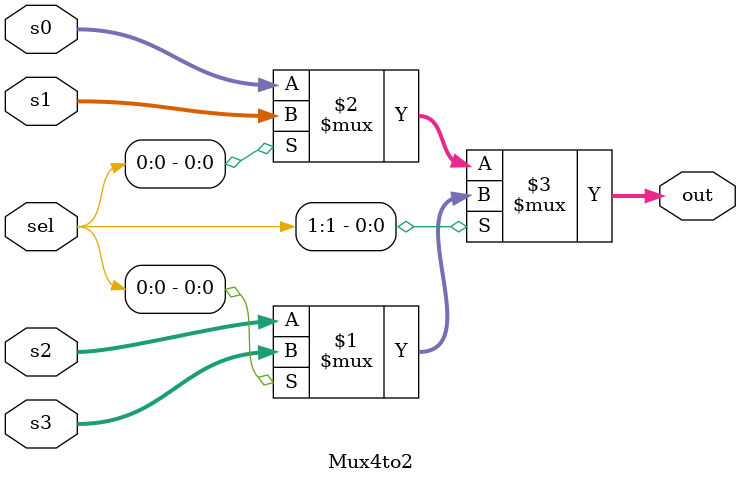
<source format=v>
module Mux4to2 #(
    parameter size = 32
) 
(
    input [1:0] sel,
    input signed [size-1:0] s0,
    input signed [size-1:0] s1,
    input signed [size-1:0] s2,
    input signed [size-1:0] s3,
    output signed [size-1:0] out
);
    // TODO: implement your 4to2 multiplexer here
    // done
    assign out = sel[1] ? (sel[0] ? s3 : s2) : (sel[0] ? s1 : s0);
endmodule


</source>
